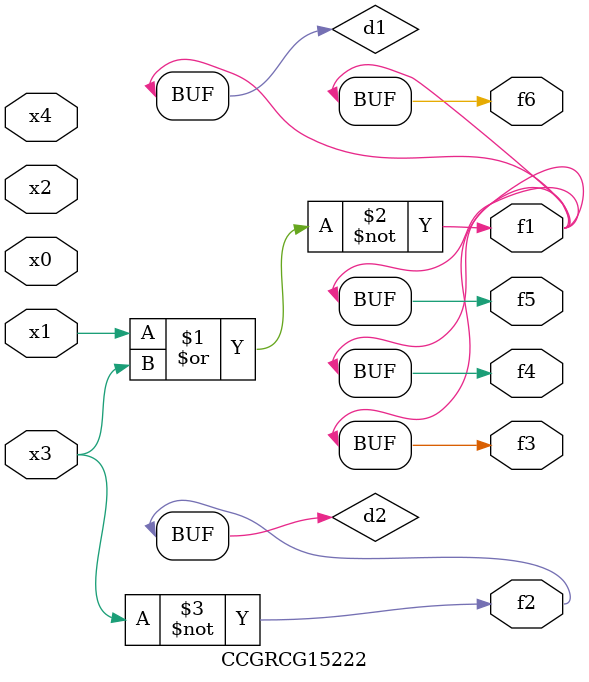
<source format=v>
module CCGRCG15222(
	input x0, x1, x2, x3, x4,
	output f1, f2, f3, f4, f5, f6
);

	wire d1, d2;

	nor (d1, x1, x3);
	not (d2, x3);
	assign f1 = d1;
	assign f2 = d2;
	assign f3 = d1;
	assign f4 = d1;
	assign f5 = d1;
	assign f6 = d1;
endmodule

</source>
